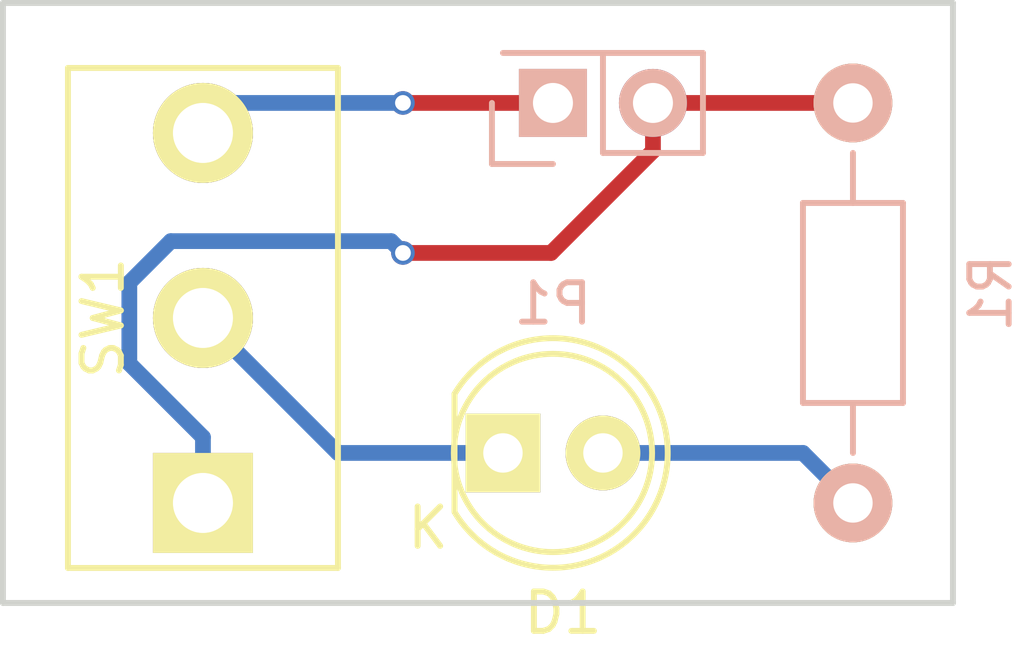
<source format=kicad_pcb>
(kicad_pcb (version 4) (host pcbnew 4.0.2-stable)

  (general
    (links 5)
    (no_connects 0)
    (area 114.224999 93.904999 140.56512 110.649)
    (thickness 1.6)
    (drawings 4)
    (tracks 20)
    (zones 0)
    (modules 4)
    (nets 5)
  )

  (page A4)
  (layers
    (0 F.Cu signal)
    (31 B.Cu signal)
    (32 B.Adhes user)
    (33 F.Adhes user)
    (34 B.Paste user)
    (35 F.Paste user)
    (36 B.SilkS user)
    (37 F.SilkS user)
    (38 B.Mask user)
    (39 F.Mask user)
    (40 Dwgs.User user)
    (41 Cmts.User user)
    (42 Eco1.User user)
    (43 Eco2.User user)
    (44 Edge.Cuts user)
    (45 Margin user)
    (46 B.CrtYd user)
    (47 F.CrtYd user)
    (48 B.Fab user)
    (49 F.Fab user)
  )

  (setup
    (last_trace_width 0.4)
    (trace_clearance 0.4)
    (zone_clearance 0.508)
    (zone_45_only no)
    (trace_min 0.2)
    (segment_width 0.2)
    (edge_width 0.15)
    (via_size 0.6)
    (via_drill 0.4)
    (via_min_size 0.4)
    (via_min_drill 0.3)
    (uvia_size 0.3)
    (uvia_drill 0.1)
    (uvias_allowed no)
    (uvia_min_size 0.2)
    (uvia_min_drill 0.1)
    (pcb_text_width 0.3)
    (pcb_text_size 1.5 1.5)
    (mod_edge_width 0.15)
    (mod_text_size 1 1)
    (mod_text_width 0.15)
    (pad_size 1.524 1.524)
    (pad_drill 0.762)
    (pad_to_mask_clearance 0.2)
    (aux_axis_origin 0 0)
    (visible_elements FFFFFF7F)
    (pcbplotparams
      (layerselection 0x01000_80000001)
      (usegerberextensions false)
      (excludeedgelayer true)
      (linewidth 0.100000)
      (plotframeref false)
      (viasonmask false)
      (mode 1)
      (useauxorigin false)
      (hpglpennumber 1)
      (hpglpenspeed 20)
      (hpglpendiameter 15)
      (hpglpenoverlay 2)
      (psnegative false)
      (psa4output false)
      (plotreference true)
      (plotvalue true)
      (plotinvisibletext false)
      (padsonsilk false)
      (subtractmaskfromsilk false)
      (outputformat 1)
      (mirror false)
      (drillshape 0)
      (scaleselection 1)
      (outputdirectory ""))
  )

  (net 0 "")
  (net 1 "Net-(D1-Pad1)")
  (net 2 "Net-(D1-Pad2)")
  (net 3 "Net-(P1-Pad1)")
  (net 4 "Net-(P1-Pad2)")

  (net_class Default "This is the default net class."
    (clearance 0.4)
    (trace_width 0.4)
    (via_dia 0.6)
    (via_drill 0.4)
    (uvia_dia 0.3)
    (uvia_drill 0.1)
    (add_net "Net-(D1-Pad1)")
    (add_net "Net-(D1-Pad2)")
    (add_net "Net-(P1-Pad1)")
    (add_net "Net-(P1-Pad2)")
  )

  (module LEDs:LED-5MM (layer F.Cu) (tedit 5570F7EA) (tstamp 57A1B8CB)
    (at 127 105.41)
    (descr "LED 5mm round vertical")
    (tags "LED 5mm round vertical")
    (path /57A1B583)
    (fp_text reference D1 (at 1.524 4.064) (layer F.SilkS)
      (effects (font (size 1 1) (thickness 0.15)))
    )
    (fp_text value LED (at 1.524 -3.937) (layer F.Fab)
      (effects (font (size 1 1) (thickness 0.15)))
    )
    (fp_line (start -1.5 -1.55) (end -1.5 1.55) (layer F.CrtYd) (width 0.05))
    (fp_arc (start 1.3 0) (end -1.5 1.55) (angle -302) (layer F.CrtYd) (width 0.05))
    (fp_arc (start 1.27 0) (end -1.23 -1.5) (angle 297.5) (layer F.SilkS) (width 0.15))
    (fp_line (start -1.23 1.5) (end -1.23 -1.5) (layer F.SilkS) (width 0.15))
    (fp_circle (center 1.27 0) (end 0.97 -2.5) (layer F.SilkS) (width 0.15))
    (fp_text user K (at -1.905 1.905) (layer F.SilkS)
      (effects (font (size 1 1) (thickness 0.15)))
    )
    (pad 1 thru_hole rect (at 0 0 90) (size 2 1.9) (drill 1.00076) (layers *.Cu *.Mask F.SilkS)
      (net 1 "Net-(D1-Pad1)"))
    (pad 2 thru_hole circle (at 2.54 0) (size 1.9 1.9) (drill 1.00076) (layers *.Cu *.Mask F.SilkS)
      (net 2 "Net-(D1-Pad2)"))
    (model LEDs.3dshapes/LED-5MM.wrl
      (at (xyz 0.05 0 0))
      (scale (xyz 1 1 1))
      (rotate (xyz 0 0 90))
    )
  )

  (module Pin_Headers:Pin_Header_Straight_2x01 (layer B.Cu) (tedit 0) (tstamp 57A1B8D1)
    (at 128.27 96.52)
    (descr "Through hole pin header")
    (tags "pin header")
    (path /57A1B678)
    (fp_text reference P1 (at 0 5.1) (layer B.SilkS)
      (effects (font (size 1 1) (thickness 0.15)) (justify mirror))
    )
    (fp_text value CONN_02X01 (at 0 3.1) (layer B.Fab)
      (effects (font (size 1 1) (thickness 0.15)) (justify mirror))
    )
    (fp_line (start -1.75 1.75) (end -1.75 -1.75) (layer B.CrtYd) (width 0.05))
    (fp_line (start 4.3 1.75) (end 4.3 -1.75) (layer B.CrtYd) (width 0.05))
    (fp_line (start -1.75 1.75) (end 4.3 1.75) (layer B.CrtYd) (width 0.05))
    (fp_line (start -1.75 -1.75) (end 4.3 -1.75) (layer B.CrtYd) (width 0.05))
    (fp_line (start -1.55 0) (end -1.55 1.55) (layer B.SilkS) (width 0.15))
    (fp_line (start 0 1.55) (end -1.55 1.55) (layer B.SilkS) (width 0.15))
    (fp_line (start -1.27 -1.27) (end 1.27 -1.27) (layer B.SilkS) (width 0.15))
    (fp_line (start 3.81 1.27) (end 1.27 1.27) (layer B.SilkS) (width 0.15))
    (fp_line (start 1.27 1.27) (end 1.27 -1.27) (layer B.SilkS) (width 0.15))
    (fp_line (start 1.27 -1.27) (end 3.81 -1.27) (layer B.SilkS) (width 0.15))
    (fp_line (start 3.81 -1.27) (end 3.81 1.27) (layer B.SilkS) (width 0.15))
    (pad 1 thru_hole rect (at 0 0) (size 1.7272 1.7272) (drill 1.016) (layers *.Cu *.Mask B.SilkS)
      (net 3 "Net-(P1-Pad1)"))
    (pad 2 thru_hole oval (at 2.54 0) (size 1.7272 1.7272) (drill 1.016) (layers *.Cu *.Mask B.SilkS)
      (net 4 "Net-(P1-Pad2)"))
    (model Pin_Headers.3dshapes/Pin_Header_Straight_2x01.wrl
      (at (xyz 0.05 0 0))
      (scale (xyz 1 1 1))
      (rotate (xyz 0 0 90))
    )
  )

  (module Resistors_ThroughHole:Resistor_Horizontal_RM10mm (layer B.Cu) (tedit 56648415) (tstamp 57A1B8D7)
    (at 135.89 106.68 90)
    (descr "Resistor, Axial,  RM 10mm, 1/3W")
    (tags "Resistor Axial RM 10mm 1/3W")
    (path /57A1B5B8)
    (fp_text reference R1 (at 5.32892 3.50012 90) (layer B.SilkS)
      (effects (font (size 1 1) (thickness 0.15)) (justify mirror))
    )
    (fp_text value 1K (at 5.08 -3.81 90) (layer B.Fab)
      (effects (font (size 1 1) (thickness 0.15)) (justify mirror))
    )
    (fp_line (start -1.25 1.5) (end 11.4 1.5) (layer B.CrtYd) (width 0.05))
    (fp_line (start -1.25 -1.5) (end -1.25 1.5) (layer B.CrtYd) (width 0.05))
    (fp_line (start 11.4 1.5) (end 11.4 -1.5) (layer B.CrtYd) (width 0.05))
    (fp_line (start -1.25 -1.5) (end 11.4 -1.5) (layer B.CrtYd) (width 0.05))
    (fp_line (start 2.54 1.27) (end 7.62 1.27) (layer B.SilkS) (width 0.15))
    (fp_line (start 7.62 1.27) (end 7.62 -1.27) (layer B.SilkS) (width 0.15))
    (fp_line (start 7.62 -1.27) (end 2.54 -1.27) (layer B.SilkS) (width 0.15))
    (fp_line (start 2.54 -1.27) (end 2.54 1.27) (layer B.SilkS) (width 0.15))
    (fp_line (start 2.54 0) (end 1.27 0) (layer B.SilkS) (width 0.15))
    (fp_line (start 7.62 0) (end 8.89 0) (layer B.SilkS) (width 0.15))
    (pad 1 thru_hole circle (at 0 0 90) (size 1.99898 1.99898) (drill 1.00076) (layers *.Cu *.SilkS *.Mask)
      (net 2 "Net-(D1-Pad2)"))
    (pad 2 thru_hole circle (at 10.16 0 90) (size 1.99898 1.99898) (drill 1.00076) (layers *.Cu *.SilkS *.Mask)
      (net 4 "Net-(P1-Pad2)"))
    (model Resistors_ThroughHole.3dshapes/Resistor_Horizontal_RM10mm.wrl
      (at (xyz 0 0 0))
      (scale (xyz 0.4 0.4 0.4))
      (rotate (xyz 0 0 0))
    )
  )

  (module myparts:SW_SPDT (layer F.Cu) (tedit 579896F2) (tstamp 57A1B8DE)
    (at 119.38 101.981 90)
    (tags "Switch SPDT")
    (path /57A1B5F6)
    (fp_text reference SW1 (at 0 -2.54 90) (layer F.SilkS)
      (effects (font (size 1 1) (thickness 0.15)))
    )
    (fp_text value SWITCH_INV (at 0.025 2.45 90) (layer F.Fab)
      (effects (font (size 1 1) (thickness 0.15)))
    )
    (fp_line (start -6.35 3.429) (end -6.35 -3.429) (layer F.SilkS) (width 0.15))
    (fp_line (start -6.35 -3.429) (end 6.35 -3.429) (layer F.SilkS) (width 0.15))
    (fp_line (start 6.35 -3.429) (end 6.35 3.429) (layer F.SilkS) (width 0.15))
    (fp_line (start 6.35 3.429) (end -6.35 3.429) (layer F.SilkS) (width 0.15))
    (pad 1 thru_hole rect (at -4.699 0 90) (size 2.54 2.54) (drill 1.524) (layers *.Cu *.Mask F.SilkS)
      (net 4 "Net-(P1-Pad2)"))
    (pad 2 thru_hole circle (at 0 0 90) (size 2.54 2.54) (drill 1.524) (layers *.Cu *.Mask F.SilkS)
      (net 1 "Net-(D1-Pad1)"))
    (pad 3 thru_hole circle (at 4.699 0 90) (size 2.54 2.54) (drill 1.524) (layers *.Cu *.Mask F.SilkS)
      (net 3 "Net-(P1-Pad1)"))
  )

  (gr_line (start 114.3 93.98) (end 138.43 93.98) (layer Edge.Cuts) (width 0.15))
  (gr_line (start 114.3 109.22) (end 114.3 93.98) (layer Edge.Cuts) (width 0.15))
  (gr_line (start 138.43 109.22) (end 114.3 109.22) (layer Edge.Cuts) (width 0.15))
  (gr_line (start 138.43 93.98) (end 138.43 109.22) (layer Edge.Cuts) (width 0.15))

  (segment (start 119.38 101.981) (end 122.809 105.41) (width 0.4) (layer B.Cu) (net 1))
  (segment (start 122.809 105.41) (end 127 105.41) (width 0.4) (layer B.Cu) (net 1))
  (segment (start 129.54 105.41) (end 134.62 105.41) (width 0.4) (layer B.Cu) (net 2))
  (segment (start 134.62 105.41) (end 135.89 106.68) (width 0.4) (layer B.Cu) (net 2))
  (segment (start 124.46 96.52) (end 120.142 96.52) (width 0.4) (layer B.Cu) (net 3))
  (segment (start 120.142 96.52) (end 119.38 97.282) (width 0.4) (layer B.Cu) (net 3))
  (segment (start 128.27 96.52) (end 124.46 96.52) (width 0.4) (layer F.Cu) (net 3))
  (via (at 124.46 96.52) (size 0.6) (drill 0.4) (layers F.Cu B.Cu) (net 3))
  (segment (start 120.142 96.52) (end 119.38 97.282) (width 0.4) (layer F.Cu) (net 3))
  (segment (start 124.46 100.33) (end 124.160001 100.030001) (width 0.4) (layer B.Cu) (net 4))
  (segment (start 124.160001 100.030001) (end 118.563397 100.030001) (width 0.4) (layer B.Cu) (net 4))
  (segment (start 117.509999 103.139999) (end 119.38 105.01) (width 0.4) (layer B.Cu) (net 4))
  (segment (start 118.563397 100.030001) (end 117.509999 101.083399) (width 0.4) (layer B.Cu) (net 4))
  (segment (start 117.509999 101.083399) (end 117.509999 103.139999) (width 0.4) (layer B.Cu) (net 4))
  (segment (start 119.38 105.01) (end 119.38 106.68) (width 0.4) (layer B.Cu) (net 4))
  (segment (start 130.81 96.52) (end 130.81 97.741314) (width 0.4) (layer F.Cu) (net 4))
  (segment (start 130.81 97.741314) (end 128.221314 100.33) (width 0.4) (layer F.Cu) (net 4))
  (segment (start 128.221314 100.33) (end 124.46 100.33) (width 0.4) (layer F.Cu) (net 4))
  (via (at 124.46 100.33) (size 0.6) (drill 0.4) (layers F.Cu B.Cu) (net 4))
  (segment (start 135.89 96.52) (end 130.81 96.52) (width 0.4) (layer F.Cu) (net 4))

)

</source>
